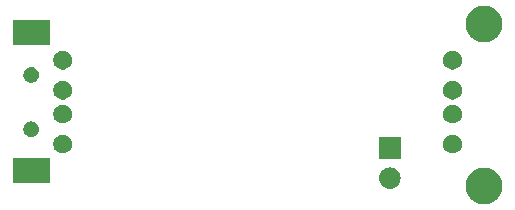
<source format=gbr>
G04 #@! TF.GenerationSoftware,KiCad,Pcbnew,(5.1.0-11-g23086decc)*
G04 #@! TF.CreationDate,2019-04-24T18:44:19+02:00*
G04 #@! TF.ProjectId,USB-EMI-Filter,5553422d-454d-4492-9d46-696c7465722e,rev?*
G04 #@! TF.SameCoordinates,Original*
G04 #@! TF.FileFunction,Soldermask,Bot*
G04 #@! TF.FilePolarity,Negative*
%FSLAX46Y46*%
G04 Gerber Fmt 4.6, Leading zero omitted, Abs format (unit mm)*
G04 Created by KiCad (PCBNEW (5.1.0-11-g23086decc)) date 2019-04-24 18:44:19*
%MOMM*%
%LPD*%
G04 APERTURE LIST*
%ADD10C,0.100000*%
G04 APERTURE END LIST*
D10*
G36*
X166972585Y-122798802D02*
G01*
X167122410Y-122828604D01*
X167404674Y-122945521D01*
X167658705Y-123115259D01*
X167874741Y-123331295D01*
X168044479Y-123585326D01*
X168161396Y-123867590D01*
X168161396Y-123867591D01*
X168221000Y-124167239D01*
X168221000Y-124472761D01*
X168207426Y-124541000D01*
X168161396Y-124772410D01*
X168044479Y-125054674D01*
X167874741Y-125308705D01*
X167658705Y-125524741D01*
X167404674Y-125694479D01*
X167122410Y-125811396D01*
X166972585Y-125841198D01*
X166822761Y-125871000D01*
X166517239Y-125871000D01*
X166367415Y-125841198D01*
X166217590Y-125811396D01*
X165935326Y-125694479D01*
X165681295Y-125524741D01*
X165465259Y-125308705D01*
X165295521Y-125054674D01*
X165178604Y-124772410D01*
X165132574Y-124541000D01*
X165119000Y-124472761D01*
X165119000Y-124167239D01*
X165178604Y-123867591D01*
X165178604Y-123867590D01*
X165295521Y-123585326D01*
X165465259Y-123331295D01*
X165681295Y-123115259D01*
X165935326Y-122945521D01*
X166217590Y-122828604D01*
X166367415Y-122798802D01*
X166517239Y-122769000D01*
X166822761Y-122769000D01*
X166972585Y-122798802D01*
X166972585Y-122798802D01*
G37*
G36*
X158810443Y-122745519D02*
G01*
X158876627Y-122752037D01*
X159046466Y-122803557D01*
X159202991Y-122887222D01*
X159238729Y-122916552D01*
X159340186Y-122999814D01*
X159423448Y-123101271D01*
X159452778Y-123137009D01*
X159536443Y-123293534D01*
X159587963Y-123463373D01*
X159605359Y-123640000D01*
X159587963Y-123816627D01*
X159536443Y-123986466D01*
X159452778Y-124142991D01*
X159432878Y-124167239D01*
X159340186Y-124280186D01*
X159238729Y-124363448D01*
X159202991Y-124392778D01*
X159202989Y-124392779D01*
X159053355Y-124472761D01*
X159046466Y-124476443D01*
X158876627Y-124527963D01*
X158810443Y-124534481D01*
X158744260Y-124541000D01*
X158655740Y-124541000D01*
X158589557Y-124534481D01*
X158523373Y-124527963D01*
X158353534Y-124476443D01*
X158346646Y-124472761D01*
X158197011Y-124392779D01*
X158197009Y-124392778D01*
X158161271Y-124363448D01*
X158059814Y-124280186D01*
X157967122Y-124167239D01*
X157947222Y-124142991D01*
X157863557Y-123986466D01*
X157812037Y-123816627D01*
X157794641Y-123640000D01*
X157812037Y-123463373D01*
X157863557Y-123293534D01*
X157947222Y-123137009D01*
X157976552Y-123101271D01*
X158059814Y-122999814D01*
X158161271Y-122916552D01*
X158197009Y-122887222D01*
X158353534Y-122803557D01*
X158523373Y-122752037D01*
X158589557Y-122745519D01*
X158655740Y-122739000D01*
X158744260Y-122739000D01*
X158810443Y-122745519D01*
X158810443Y-122745519D01*
G37*
G36*
X129881000Y-124051000D02*
G01*
X126779000Y-124051000D01*
X126779000Y-121949000D01*
X129881000Y-121949000D01*
X129881000Y-124051000D01*
X129881000Y-124051000D01*
G37*
G36*
X159601000Y-122001000D02*
G01*
X157799000Y-122001000D01*
X157799000Y-120199000D01*
X159601000Y-120199000D01*
X159601000Y-122001000D01*
X159601000Y-122001000D01*
G37*
G36*
X131233642Y-119989781D02*
G01*
X131379414Y-120050162D01*
X131379416Y-120050163D01*
X131510608Y-120137822D01*
X131622178Y-120249392D01*
X131709837Y-120380584D01*
X131709838Y-120380586D01*
X131770219Y-120526358D01*
X131801000Y-120681107D01*
X131801000Y-120838893D01*
X131770219Y-120993642D01*
X131709838Y-121139414D01*
X131709837Y-121139416D01*
X131622178Y-121270608D01*
X131510608Y-121382178D01*
X131379416Y-121469837D01*
X131379415Y-121469838D01*
X131379414Y-121469838D01*
X131233642Y-121530219D01*
X131078893Y-121561000D01*
X130921107Y-121561000D01*
X130766358Y-121530219D01*
X130620586Y-121469838D01*
X130620585Y-121469838D01*
X130620584Y-121469837D01*
X130489392Y-121382178D01*
X130377822Y-121270608D01*
X130290163Y-121139416D01*
X130290162Y-121139414D01*
X130229781Y-120993642D01*
X130199000Y-120838893D01*
X130199000Y-120681107D01*
X130229781Y-120526358D01*
X130290162Y-120380586D01*
X130290163Y-120380584D01*
X130377822Y-120249392D01*
X130489392Y-120137822D01*
X130620584Y-120050163D01*
X130620586Y-120050162D01*
X130766358Y-119989781D01*
X130921107Y-119959000D01*
X131078893Y-119959000D01*
X131233642Y-119989781D01*
X131233642Y-119989781D01*
G37*
G36*
X164233642Y-119989781D02*
G01*
X164379414Y-120050162D01*
X164379416Y-120050163D01*
X164510608Y-120137822D01*
X164622178Y-120249392D01*
X164709837Y-120380584D01*
X164709838Y-120380586D01*
X164770219Y-120526358D01*
X164801000Y-120681107D01*
X164801000Y-120838893D01*
X164770219Y-120993642D01*
X164709838Y-121139414D01*
X164709837Y-121139416D01*
X164622178Y-121270608D01*
X164510608Y-121382178D01*
X164379416Y-121469837D01*
X164379415Y-121469838D01*
X164379414Y-121469838D01*
X164233642Y-121530219D01*
X164078893Y-121561000D01*
X163921107Y-121561000D01*
X163766358Y-121530219D01*
X163620586Y-121469838D01*
X163620585Y-121469838D01*
X163620584Y-121469837D01*
X163489392Y-121382178D01*
X163377822Y-121270608D01*
X163290163Y-121139416D01*
X163290162Y-121139414D01*
X163229781Y-120993642D01*
X163199000Y-120838893D01*
X163199000Y-120681107D01*
X163229781Y-120526358D01*
X163290162Y-120380586D01*
X163290163Y-120380584D01*
X163377822Y-120249392D01*
X163489392Y-120137822D01*
X163620584Y-120050163D01*
X163620586Y-120050162D01*
X163766358Y-119989781D01*
X163921107Y-119959000D01*
X164078893Y-119959000D01*
X164233642Y-119989781D01*
X164233642Y-119989781D01*
G37*
G36*
X128519890Y-118874017D02*
G01*
X128638364Y-118923091D01*
X128744988Y-118994335D01*
X128835665Y-119085012D01*
X128906909Y-119191636D01*
X128955983Y-119310110D01*
X128981000Y-119435882D01*
X128981000Y-119564118D01*
X128955983Y-119689890D01*
X128906909Y-119808364D01*
X128835665Y-119914988D01*
X128744988Y-120005665D01*
X128638364Y-120076909D01*
X128638363Y-120076910D01*
X128638362Y-120076910D01*
X128519890Y-120125983D01*
X128394119Y-120151000D01*
X128265881Y-120151000D01*
X128140110Y-120125983D01*
X128021638Y-120076910D01*
X128021637Y-120076910D01*
X128021636Y-120076909D01*
X127915012Y-120005665D01*
X127824335Y-119914988D01*
X127753091Y-119808364D01*
X127704017Y-119689890D01*
X127679000Y-119564118D01*
X127679000Y-119435882D01*
X127704017Y-119310110D01*
X127753091Y-119191636D01*
X127824335Y-119085012D01*
X127915012Y-118994335D01*
X128021636Y-118923091D01*
X128140110Y-118874017D01*
X128265881Y-118849000D01*
X128394119Y-118849000D01*
X128519890Y-118874017D01*
X128519890Y-118874017D01*
G37*
G36*
X131233642Y-117449781D02*
G01*
X131379414Y-117510162D01*
X131379416Y-117510163D01*
X131510608Y-117597822D01*
X131622178Y-117709392D01*
X131709837Y-117840584D01*
X131709838Y-117840586D01*
X131770219Y-117986358D01*
X131801000Y-118141107D01*
X131801000Y-118298893D01*
X131770219Y-118453642D01*
X131709838Y-118599414D01*
X131709837Y-118599416D01*
X131622178Y-118730608D01*
X131510608Y-118842178D01*
X131379416Y-118929837D01*
X131379415Y-118929838D01*
X131379414Y-118929838D01*
X131233642Y-118990219D01*
X131078893Y-119021000D01*
X130921107Y-119021000D01*
X130766358Y-118990219D01*
X130620586Y-118929838D01*
X130620585Y-118929838D01*
X130620584Y-118929837D01*
X130489392Y-118842178D01*
X130377822Y-118730608D01*
X130290163Y-118599416D01*
X130290162Y-118599414D01*
X130229781Y-118453642D01*
X130199000Y-118298893D01*
X130199000Y-118141107D01*
X130229781Y-117986358D01*
X130290162Y-117840586D01*
X130290163Y-117840584D01*
X130377822Y-117709392D01*
X130489392Y-117597822D01*
X130620584Y-117510163D01*
X130620586Y-117510162D01*
X130766358Y-117449781D01*
X130921107Y-117419000D01*
X131078893Y-117419000D01*
X131233642Y-117449781D01*
X131233642Y-117449781D01*
G37*
G36*
X164233642Y-117449781D02*
G01*
X164379414Y-117510162D01*
X164379416Y-117510163D01*
X164510608Y-117597822D01*
X164622178Y-117709392D01*
X164709837Y-117840584D01*
X164709838Y-117840586D01*
X164770219Y-117986358D01*
X164801000Y-118141107D01*
X164801000Y-118298893D01*
X164770219Y-118453642D01*
X164709838Y-118599414D01*
X164709837Y-118599416D01*
X164622178Y-118730608D01*
X164510608Y-118842178D01*
X164379416Y-118929837D01*
X164379415Y-118929838D01*
X164379414Y-118929838D01*
X164233642Y-118990219D01*
X164078893Y-119021000D01*
X163921107Y-119021000D01*
X163766358Y-118990219D01*
X163620586Y-118929838D01*
X163620585Y-118929838D01*
X163620584Y-118929837D01*
X163489392Y-118842178D01*
X163377822Y-118730608D01*
X163290163Y-118599416D01*
X163290162Y-118599414D01*
X163229781Y-118453642D01*
X163199000Y-118298893D01*
X163199000Y-118141107D01*
X163229781Y-117986358D01*
X163290162Y-117840586D01*
X163290163Y-117840584D01*
X163377822Y-117709392D01*
X163489392Y-117597822D01*
X163620584Y-117510163D01*
X163620586Y-117510162D01*
X163766358Y-117449781D01*
X163921107Y-117419000D01*
X164078893Y-117419000D01*
X164233642Y-117449781D01*
X164233642Y-117449781D01*
G37*
G36*
X164233642Y-115419781D02*
G01*
X164371563Y-115476910D01*
X164379416Y-115480163D01*
X164510608Y-115567822D01*
X164622178Y-115679392D01*
X164709837Y-115810584D01*
X164709838Y-115810586D01*
X164770219Y-115956358D01*
X164801000Y-116111107D01*
X164801000Y-116268893D01*
X164770219Y-116423642D01*
X164709838Y-116569414D01*
X164709837Y-116569416D01*
X164622178Y-116700608D01*
X164510608Y-116812178D01*
X164379416Y-116899837D01*
X164379415Y-116899838D01*
X164379414Y-116899838D01*
X164233642Y-116960219D01*
X164078893Y-116991000D01*
X163921107Y-116991000D01*
X163766358Y-116960219D01*
X163620586Y-116899838D01*
X163620585Y-116899838D01*
X163620584Y-116899837D01*
X163489392Y-116812178D01*
X163377822Y-116700608D01*
X163290163Y-116569416D01*
X163290162Y-116569414D01*
X163229781Y-116423642D01*
X163199000Y-116268893D01*
X163199000Y-116111107D01*
X163229781Y-115956358D01*
X163290162Y-115810586D01*
X163290163Y-115810584D01*
X163377822Y-115679392D01*
X163489392Y-115567822D01*
X163620584Y-115480163D01*
X163628437Y-115476910D01*
X163766358Y-115419781D01*
X163921107Y-115389000D01*
X164078893Y-115389000D01*
X164233642Y-115419781D01*
X164233642Y-115419781D01*
G37*
G36*
X131233642Y-115419781D02*
G01*
X131371563Y-115476910D01*
X131379416Y-115480163D01*
X131510608Y-115567822D01*
X131622178Y-115679392D01*
X131709837Y-115810584D01*
X131709838Y-115810586D01*
X131770219Y-115956358D01*
X131801000Y-116111107D01*
X131801000Y-116268893D01*
X131770219Y-116423642D01*
X131709838Y-116569414D01*
X131709837Y-116569416D01*
X131622178Y-116700608D01*
X131510608Y-116812178D01*
X131379416Y-116899837D01*
X131379415Y-116899838D01*
X131379414Y-116899838D01*
X131233642Y-116960219D01*
X131078893Y-116991000D01*
X130921107Y-116991000D01*
X130766358Y-116960219D01*
X130620586Y-116899838D01*
X130620585Y-116899838D01*
X130620584Y-116899837D01*
X130489392Y-116812178D01*
X130377822Y-116700608D01*
X130290163Y-116569416D01*
X130290162Y-116569414D01*
X130229781Y-116423642D01*
X130199000Y-116268893D01*
X130199000Y-116111107D01*
X130229781Y-115956358D01*
X130290162Y-115810586D01*
X130290163Y-115810584D01*
X130377822Y-115679392D01*
X130489392Y-115567822D01*
X130620584Y-115480163D01*
X130628437Y-115476910D01*
X130766358Y-115419781D01*
X130921107Y-115389000D01*
X131078893Y-115389000D01*
X131233642Y-115419781D01*
X131233642Y-115419781D01*
G37*
G36*
X128519890Y-114274017D02*
G01*
X128638364Y-114323091D01*
X128744988Y-114394335D01*
X128835665Y-114485012D01*
X128906909Y-114591636D01*
X128955983Y-114710110D01*
X128981000Y-114835882D01*
X128981000Y-114964118D01*
X128955983Y-115089890D01*
X128906909Y-115208364D01*
X128835665Y-115314988D01*
X128744988Y-115405665D01*
X128638364Y-115476909D01*
X128638363Y-115476910D01*
X128638362Y-115476910D01*
X128519890Y-115525983D01*
X128394119Y-115551000D01*
X128265881Y-115551000D01*
X128140110Y-115525983D01*
X128021638Y-115476910D01*
X128021637Y-115476910D01*
X128021636Y-115476909D01*
X127915012Y-115405665D01*
X127824335Y-115314988D01*
X127753091Y-115208364D01*
X127704017Y-115089890D01*
X127679000Y-114964118D01*
X127679000Y-114835882D01*
X127704017Y-114710110D01*
X127753091Y-114591636D01*
X127824335Y-114485012D01*
X127915012Y-114394335D01*
X128021636Y-114323091D01*
X128140110Y-114274017D01*
X128265881Y-114249000D01*
X128394119Y-114249000D01*
X128519890Y-114274017D01*
X128519890Y-114274017D01*
G37*
G36*
X131233642Y-112879781D02*
G01*
X131379414Y-112940162D01*
X131379416Y-112940163D01*
X131510608Y-113027822D01*
X131622178Y-113139392D01*
X131709837Y-113270584D01*
X131709838Y-113270586D01*
X131770219Y-113416358D01*
X131801000Y-113571107D01*
X131801000Y-113728893D01*
X131770219Y-113883642D01*
X131709838Y-114029414D01*
X131709837Y-114029416D01*
X131622178Y-114160608D01*
X131510608Y-114272178D01*
X131379416Y-114359837D01*
X131379415Y-114359838D01*
X131379414Y-114359838D01*
X131233642Y-114420219D01*
X131078893Y-114451000D01*
X130921107Y-114451000D01*
X130766358Y-114420219D01*
X130620586Y-114359838D01*
X130620585Y-114359838D01*
X130620584Y-114359837D01*
X130489392Y-114272178D01*
X130377822Y-114160608D01*
X130290163Y-114029416D01*
X130290162Y-114029414D01*
X130229781Y-113883642D01*
X130199000Y-113728893D01*
X130199000Y-113571107D01*
X130229781Y-113416358D01*
X130290162Y-113270586D01*
X130290163Y-113270584D01*
X130377822Y-113139392D01*
X130489392Y-113027822D01*
X130620584Y-112940163D01*
X130620586Y-112940162D01*
X130766358Y-112879781D01*
X130921107Y-112849000D01*
X131078893Y-112849000D01*
X131233642Y-112879781D01*
X131233642Y-112879781D01*
G37*
G36*
X164233642Y-112879781D02*
G01*
X164379414Y-112940162D01*
X164379416Y-112940163D01*
X164510608Y-113027822D01*
X164622178Y-113139392D01*
X164709837Y-113270584D01*
X164709838Y-113270586D01*
X164770219Y-113416358D01*
X164801000Y-113571107D01*
X164801000Y-113728893D01*
X164770219Y-113883642D01*
X164709838Y-114029414D01*
X164709837Y-114029416D01*
X164622178Y-114160608D01*
X164510608Y-114272178D01*
X164379416Y-114359837D01*
X164379415Y-114359838D01*
X164379414Y-114359838D01*
X164233642Y-114420219D01*
X164078893Y-114451000D01*
X163921107Y-114451000D01*
X163766358Y-114420219D01*
X163620586Y-114359838D01*
X163620585Y-114359838D01*
X163620584Y-114359837D01*
X163489392Y-114272178D01*
X163377822Y-114160608D01*
X163290163Y-114029416D01*
X163290162Y-114029414D01*
X163229781Y-113883642D01*
X163199000Y-113728893D01*
X163199000Y-113571107D01*
X163229781Y-113416358D01*
X163290162Y-113270586D01*
X163290163Y-113270584D01*
X163377822Y-113139392D01*
X163489392Y-113027822D01*
X163620584Y-112940163D01*
X163620586Y-112940162D01*
X163766358Y-112879781D01*
X163921107Y-112849000D01*
X164078893Y-112849000D01*
X164233642Y-112879781D01*
X164233642Y-112879781D01*
G37*
G36*
X129881000Y-112351000D02*
G01*
X126779000Y-112351000D01*
X126779000Y-110249000D01*
X129881000Y-110249000D01*
X129881000Y-112351000D01*
X129881000Y-112351000D01*
G37*
G36*
X166972585Y-109078802D02*
G01*
X167122410Y-109108604D01*
X167404674Y-109225521D01*
X167658705Y-109395259D01*
X167874741Y-109611295D01*
X168044479Y-109865326D01*
X168161396Y-110147590D01*
X168221000Y-110447240D01*
X168221000Y-110752760D01*
X168161396Y-111052410D01*
X168044479Y-111334674D01*
X167874741Y-111588705D01*
X167658705Y-111804741D01*
X167404674Y-111974479D01*
X167122410Y-112091396D01*
X166972585Y-112121198D01*
X166822761Y-112151000D01*
X166517239Y-112151000D01*
X166367415Y-112121198D01*
X166217590Y-112091396D01*
X165935326Y-111974479D01*
X165681295Y-111804741D01*
X165465259Y-111588705D01*
X165295521Y-111334674D01*
X165178604Y-111052410D01*
X165119000Y-110752760D01*
X165119000Y-110447240D01*
X165178604Y-110147590D01*
X165295521Y-109865326D01*
X165465259Y-109611295D01*
X165681295Y-109395259D01*
X165935326Y-109225521D01*
X166217590Y-109108604D01*
X166367415Y-109078802D01*
X166517239Y-109049000D01*
X166822761Y-109049000D01*
X166972585Y-109078802D01*
X166972585Y-109078802D01*
G37*
M02*

</source>
